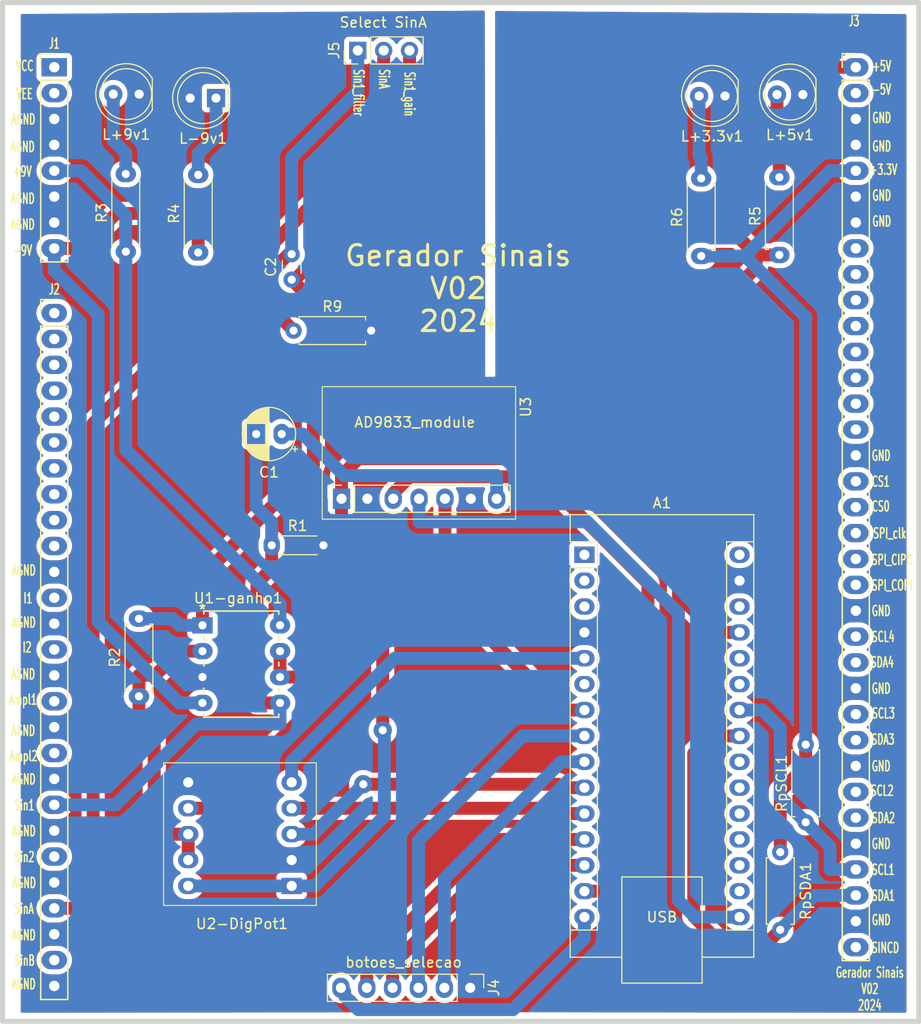
<source format=kicad_pcb>
(kicad_pcb (version 20221018) (generator pcbnew)
  (title_block (title "Barramento V04") (date "2024-02-05") (rev "v04") (company "EITduino") (comment 1 "Autor: Gustavo Pinheiro") (comment 2 "Barramento proposto para uma placa 90x100 mm") (comment 3 "placa de face dupla") (comment 4 "Pinos AGND e DGND"))
  (layers (0 "F.Cu" signal) (31 "B.Cu" signal) (34 "B.Paste" user) (35 "F.Paste" user) (36 "B.SilkS" user "B.Silkscreen") (37 "F.SilkS" user "F.Silkscreen") (38 "B.Mask" user) (39 "F.Mask" user) (44 "Edge.Cuts" user))
  (net 0 "")
  (net 1 "+9V")
  (net 2 "-9V")
  (net 3 "+5V")
  (net 4 "-5V")
  (net 5 "+3.3V")
  (net 12 "Earth")
  (net 14 "I1")
  (net 15 "I2")
  (net 16 "Ampl1")
  (net 17 "Ampl2")
  (net 18 "Sin2")
  (net 19 "SinB")
  (net 21 "SPI_COPI")
  (net 22 "SPI_CIPO")
  (net 23 "SPI_clk")
  (net 24 "CS1")
  (net 25 "CS0")
  (net 26 "SCL3")
  (net 27 "SDA3")
  (net 28 "SCL2")
  (net 29 "SDA2")
  (net 30 "SCL1")
  (net 31 "SDA1")
  (net 32 "VCC")
  (net 33 "VEE")
  (net 44 "SINCD")
  (net 45 "SCL4")
  (net 46 "SDA4")
  (net 50 "CS (X9c104)")
  (net 51 "CS (AD9833)")
  (net 52 "X9c10x_INC")
  (net 53 "X9c10x_U{slash}D")
  (net 54 "freq+")
  (net 55 "freq-")
  (net 56 "S_wave")
  (net 67 "Out_ad9833")
  (net 68 "SPI_COPI  (AD9833)")
  (net 69 "SPI_clk  (AD9833)")
  (net 70 "Sin1")
  (net 71 "Sin1_gain")
  (net 72 "Sin1_filter")
  (net 73 "SinA")
  (net 74 "Net-(L+3.3v1-A)")
  (net 75 "Net-(L+5v1-A)")
  (net 77 "Net-(L+9v1-A)")
  (net 78 "Up_gain")
  (net 79 "Down_gain")
  (net 80 "Net-(L-9v1-K)")
  (net 81 "Net-(U1-ganho1--IN1)")
  (net 82 "OutBuffer")
  (footprint "Resistor_THT:R_Axial_DIN0207_L6.3mm_D2.5mm_P7.62mm_Horizontal" (layer "F.Cu") (at 170.23 75.68 90)
    (fp_text reference "R6" (at 3.81 -2.37 90) (layer "F.SilkS"))
    (fp_text value "240")
    (pad "1" thru_hole oval (at 0 0 90) (size 1.6 2) (drill 0.8) (layers "*.Cu" "*.Mask") (net 5 "+3.3V"))
    (pad "2" thru_hole oval (at 7.62 0 90) (size 1.6 2) (drill 0.8) (layers "*.Cu" "*.Mask") (net 74 "Net-(L+3.3v1-A)"))
  )
  (footprint "Module:Arduino_Nano" (layer "F.Cu") (at 158.76 105)
    (fp_text reference "A1" (at 7.62 -5.08) (layer "F.SilkS"))
    (fp_text value "Arduino_Nano_v3.x")
    (fp_text user "USB" (at 7.62 35.56 unlocked) (layer "F.SilkS"))
    (pad "1" thru_hole rect (at 0 0) (size 2 1.6) (drill 1) (layers "*.Cu" "*.Mask"))
    (pad "2" thru_hole oval (at 0 2.54) (size 2 1.6) (drill 1) (layers "*.Cu" "*.Mask"))
    (pad "3" thru_hole oval (at 0 5.08) (size 2 1.6) (drill 1) (layers "*.Cu" "*.Mask"))
    (pad "4" thru_hole oval (at 0 7.62) (size 2 1.6) (drill 1) (layers "*.Cu" "*.Mask") (net 12 "Earth"))
    (pad "5" thru_hole oval (at 0 10.16) (size 2 1.6) (drill 1) (layers "*.Cu" "*.Mask") (net 50 "CS (X9c104)"))
    (pad "6" thru_hole oval (at 0 12.7) (size 2 1.6) (drill 1) (layers "*.Cu" "*.Mask"))
    (pad "7" thru_hole oval (at 0 15.24) (size 2 1.6) (drill 1) (layers "*.Cu" "*.Mask") (net 51 "CS (AD9833)"))
    (pad "8" thru_hole oval (at 0 17.78) (size 2 1.6) (drill 1) (layers "*.Cu" "*.Mask") (net 78 "Up_gain"))
    (pad "9" thru_hole oval (at 0 20.32) (size 2 1.6) (drill 1) (layers "*.Cu" "*.Mask") (net 79 "Down_gain"))
    (pad "10" thru_hole oval (at 0 22.86) (size 2 1.6) (drill 1) (layers "*.Cu" "*.Mask") (net 52 "X9c10x_INC"))
    (pad "11" thru_hole oval (at 0 25.4) (size 2 1.6) (drill 1) (layers "*.Cu" "*.Mask") (net 53 "X9c10x_U{slash}D"))
    (pad "12" thru_hole oval (at 0 27.94) (size 2 1.6) (drill 1) (layers "*.Cu" "*.Mask") (net 54 "freq+"))
    (pad "13" thru_hole oval (at 0 30.48) (size 2 1.6) (drill 1) (layers "*.Cu" "*.Mask") (net 55 "freq-"))
    (pad "14" thru_hole oval (at 0 33.02) (size 2 1.6) (drill 1) (layers "*.Cu" "*.Mask") (net 68 "SPI_COPI  (AD9833)"))
    (pad "15" thru_hole oval (at 0 35.56) (size 2 1.6) (drill 1) (layers "*.Cu" "*.Mask") (net 56 "S_wave"))
    (pad "16" thru_hole oval (at 15.24 35.56) (size 2 1.6) (drill 1) (layers "*.Cu" "*.Mask") (net 69 "SPI_clk  (AD9833)"))
    (pad "17" thru_hole oval (at 15.24 33.02) (size 2 1.6) (drill 1) (layers "*.Cu" "*.Mask"))
    (pad "18" thru_hole oval (at 15.24 30.48) (size 2 1.6) (drill 1) (layers "*.Cu" "*.Mask"))
    (pad "19" thru_hole oval (at 15.24 27.94) (size 2 1.6) (drill 1) (layers "*.Cu" "*.Mask"))
    (pad "20" thru_hole oval (at 15.24 25.4) (size 2 1.6) (drill 1) (layers "*.Cu" "*.Mask"))
    (pad "21" thru_hole oval (at 15.24 22.86) (size 2 1.6) (drill 1) (layers "*.Cu" "*.Mask"))
    (pad "22" thru_hole oval (at 15.24 20.32) (size 2 1.6) (drill 1) (layers "*.Cu" "*.Mask"))
    (pad "23" thru_hole oval (at 15.24 17.78) (size 2 1.6) (drill 1) (layers "*.Cu" "*.Mask") (net 31 "SDA1"))
    (pad "24" thru_hole oval (at 15.24 15.24) (size 2 1.6) (drill 1) (layers "*.Cu" "*.Mask") (net 30 "SCL1"))
    (pad "25" thru_hole oval (at 15.24 12.7) (size 2 1.6) (drill 1) (layers "*.Cu" "*.Mask"))
    (pad "26" thru_hole oval (at 15.24 10.16) (size 2 1.6) (drill 1) (layers "*.Cu" "*.Mask"))
    (pad "27" thru_hole oval (at 15.24 7.62) (size 2 1.6) (drill 1) (layers "*.Cu" "*.Mask") (net 3 "+5V"))
    (pad "28" thru_hole oval (at 15.24 5.08) (size 2 1.6) (drill 1) (layers "*.Cu" "*.Mask"))
    (pad "29" thru_hole oval (at 15.24 2.54) (size 2 1.6) (drill 1) (layers "*.Cu" "*.Mask") (net 12 "Earth"))
    (pad "30" thru_hole oval (at 15.24 0) (size 2 1.6) (drill 1) (layers "*.Cu" "*.Mask"))
  )
  (footprint "Resistor_THT:R_Axial_DIN0204_L3.6mm_D1.6mm_P5.08mm_Horizontal" (layer "F.Cu") (at 128.042 104.072)
    (fp_text reference "R1" (at 2.54 -1.92) (layer "F.SilkS"))
    (fp_text value "160k")
    (pad "1" thru_hole oval (at 0 0) (size 1.6 2) (drill 0.8) (layers "*.Cu" "*.Mask") (net 70 "Sin1"))
    (pad "2" thru_hole oval (at 5.08 0) (size 1.6 2) (drill 0.8) (layers "*.Cu" "*.Mask") (net 12 "Earth"))
  )
  (footprint "Capacitor_THT:CP_Radial_D5.0mm_P2.50mm" (layer "F.Cu") (at 129.018 93.15 180)
    (fp_text reference "C1" (at 1.25 -3.75) (layer "F.SilkS"))
    (fp_text value "100 nF")
    (pad "1" thru_hole oval (at 0 0 180) (size 1.6 2) (drill 0.8) (layers "*.Cu" "*.Mask") (net 67 "Out_ad9833"))
    (pad "2" thru_hole rect (at 2.5 0 180) (size 1.8 2) (drill 0.8) (layers "*.Cu" "*.Mask") (net 70 "Sin1"))
  )
  (footprint "LED_THT:LED_D5.0mm" (layer "F.Cu") (at 122.57 60.18 180)
    (fp_text reference "L-9v1" (at 1.27 -3.96) (layer "F.SilkS"))
    (fp_text value "LED Red")
    (pad "1" thru_hole rect (at 0 0 180) (size 1.8 1.8) (drill 0.9) (layers "*.Cu" "*.Mask") (net 80 "Net-(L-9v1-K)"))
    (pad "2" thru_hole circle (at 2.54 0 180) (size 1.8 1.8) (drill 0.9) (layers "*.Cu" "*.Mask") (net 12 "Earth"))
  )
  (footprint "AD9833_module:AD9833_module" (layer "F.Cu") (at 134.9 99.5 90)
    (fp_text reference "U3" (at 9 18.1 90) (layer "F.SilkS"))
    (fp_text value "AD9833_module" (at 7.5 7.2) (layer "F.SilkS"))
    (pad "1" thru_hole rect (at 0 0 90) (size 2 1.7) (drill 1) (layers "*.Cu" "*.Mask") (net 3 "+5V"))
    (pad "2" thru_hole oval (at 0 2.54 90) (size 2 1.7) (drill 1) (layers "*.Cu" "*.Mask") (net 12 "Earth"))
    (pad "3" thru_hole oval (at 0 5.08 90) (size 2 1.7) (drill 1) (layers "*.Cu" "*.Mask") (net 68 "SPI_COPI  (AD9833)"))
    (pad "4" thru_hole oval (at 0 7.62 90) (size 2 1.7) (drill 1) (layers "*.Cu" "*.Mask") (net 69 "SPI_clk  (AD9833)"))
    (pad "5" thru_hole oval (at 0 10.16 90) (size 2 1.7) (drill 1) (layers "*.Cu" "*.Mask") (net 51 "CS (AD9833)"))
    (pad "6" thru_hole oval (at 0 12.7 90) (size 2 1.7) (drill 1) (layers "*.Cu" "*.Mask") (net 12 "Earth"))
    (pad "7" thru_hole oval (at 0 15.24 90) (size 2 1.7) (drill 1) (layers "*.Cu" "*.Mask") (net 67 "Out_ad9833"))
  )
  (footprint "LED_THT:LED_D5.0mm" (layer "F.Cu") (at 180.22 59.83 180)
    (fp_text reference "L+5v1" (at 1.27 -3.96) (layer "F.SilkS"))
    (fp_text value "LED Green")
    (pad "1" thru_hole rect (at 0 0 180) (size 1.8 1.8) (drill 0.9) (layers "*.Cu" "*.Mask") (net 12 "Earth"))
    (pad "2" thru_hole circle (at 2.54 0 180) (size 1.8 1.8) (drill 0.9) (layers "*.Cu" "*.Mask") (net 75 "Net-(L+5v1-A)"))
  )
  (footprint "Resistor_THT:R_Axial_DIN0207_L6.3mm_D2.5mm_P7.62mm_Horizontal" (layer "F.Cu") (at 113.708 75.25 90)
    (fp_text reference "R3" (at 3.81 -2.37 90) (layer "F.SilkS"))
    (fp_text value "1.2k")
    (pad "1" thru_hole oval (at 0 0 90) (size 1.6 2) (drill 0.8) (layers "*.Cu" "*.Mask") (net 1 "+9V"))
    (pad "2" thru_hole oval (at 7.62 0 90) (size 1.6 2) (drill 0.8) (layers "*.Cu" "*.Mask") (net 77 "Net-(L+9v1-A)"))
  )
  (footprint "Resistor_THT:R_Axial_DIN0207_L6.3mm_D2.5mm_P7.62mm_Horizontal" (layer "F.Cu") (at 178 141.81 90)
    (fp_text reference "RpSDA1" (at 3.81 2.5 90) (layer "F.SilkS"))
    (fp_text value "4k7")
    (pad "1" thru_hole circle (at 0 0 90) (size 1.6 1.6) (drill 0.8) (layers "*.Cu" "*.Mask") (net 31 "SDA1"))
    (pad "2" thru_hole oval (at 7.62 0 90) (size 1.6 1.6) (drill 0.8) (layers "*.Cu" "*.Mask") (net 5 "+3.3V"))
  )
  (footprint "X9c10X_module:X9c10X_module" (layer "F.Cu") (at 124.92 132.42 180)
    (fp_text reference "U2-DigPot1" (at -0.2 -8.8) (layer "F.SilkS"))
    (fp_text value "X9c10x")
    (pad "1" thru_hole rect (at -5.08 -5.08 180) (size 2 1.6) (drill 1) (layers "*.Cu" "*.Mask") (net 3 "+5V"))
    (pad "2" thru_hole oval (at -5.08 -2.54 180) (size 2 1.6) (drill 1) (layers "*.Cu" "*.Mask") (net 12 "Earth"))
    (pad "3" thru_hole oval (at -5.08 0 180) (size 2 1.6) (drill 1) (layers "*.Cu" "*.Mask") (net 52 "X9c10x_INC"))
    (pad "4" thru_hole oval (at -5.08 2.54 180) (size 2 1.6) (drill 1) (layers "*.Cu" "*.Mask") (net 53 "X9c10x_U{slash}D"))
    (pad "5" thru_hole oval (at -5.08 5.08 180) (size 2 1.6) (drill 1) (layers "*.Cu" "*.Mask") (net 50 "CS (X9c104)"))
    (pad "6" thru_hole oval (at 5.08 5.08 180) (size 2 1.6) (drill 1) (layers "*.Cu" "*.Mask") (net 12 "Earth"))
    (pad "7" thru_hole oval (at 5.08 2.54 180) (size 2 1.6) (drill 1) (layers "*.Cu" "*.Mask") (net 82 "OutBuffer"))
    (pad "8" thru_hole oval (at 5.08 0 180) (size 2 1.6) (drill 1) (layers "*.Cu" "*.Mask") (net 81 "Net-(U1-ganho1--IN1)"))
    (pad "9" thru_hole oval (at 5.08 -2.54 180) (size 2 1.6) (drill 1) (layers "*.Cu" "*.Mask") (net 81 "Net-(U1-ganho1--IN1)"))
    (pad "10" thru_hole oval (at 5.08 -5.08 180) (size 2 1.6) (drill 1) (layers "*.Cu" "*.Mask") (net 3 "+5V"))
  )
  (footprint "Connector_PinHeader_2.54mm:PinHeader_1x35_P2.54mm_Vertical" (layer "F.Cu") (at 185.42 57.15)
    (fp_text reference "J3" (at -0.165 -4.535) (layer "F.SilkS") (effects (font (size 1 0.6))))
    (fp_text value "comunicacao / sinais digitais" hide)
    (pad "1" thru_hole oval (at 0 0) (size 2.5 1.8) (drill 1.02) (layers "*.Cu" "*.Mask") (net 3 "+5V"))
    (pad "2" thru_hole oval (at 0 2.54) (size 2.5 1.8) (drill 1.02) (layers "*.Cu" "*.Mask") (net 4 "-5V"))
    (pad "3" thru_hole oval (at 0 5.08) (size 2.5 1.8) (drill 1.02) (layers "*.Cu" "*.Mask") (net 12 "Earth"))
    (pad "4" thru_hole oval (at 0 7.62) (size 2.5 1.8) (drill 1.02) (layers "*.Cu" "*.Mask") (net 12 "Earth"))
    (pad "5" thru_hole oval (at 0 10.16) (size 2.5 1.8) (drill 1.02) (layers "*.Cu" "*.Mask") (net 5 "+3.3V"))
    (pad "6" thru_hole oval (at 0 12.7) (size 2.5 1.8) (drill 1.02) (layers "*.Cu" "*.Mask") (net 12 "Earth"))
    (pad "7" thru_hole oval (at 0 15.24) (size 2.5 1.8) (drill 1.02) (layers "*.Cu" "*.Mask") (net 12 "Earth"))
    (pad "8" thru_hole oval (at 0 17.78) (size 2.5 1.8) (drill 1.02) (layers "*.Cu" "*.Mask"))
    (pad "9" thru_hole oval (at 0 20.32) (size 2.5 1.8) (drill 1.02) (layers "*.Cu" "*.Mask"))
    (pad "10" thru_hole oval (at 0 22.86) (size 2.5 1.8) (drill 1.02) (layers "*.Cu" "*.Mask"))
    (pad "11" thru_hole oval (at 0 25.4) (size 2.5 1.8) (drill 1.02) (layers "*.Cu" "*.Mask"))
    (pad "12" thru_hole oval (at 0 27.94) (size 2.5 1.8) (drill 1.02) (layers "*.Cu" "*.Mask"))
    (pad "13" thru_hole oval (at 0 30.48) (size 2.5 1.8) (drill 1.02) (layers "*.Cu" "*.Mask"))
    (pad "14" thru_hole oval (at 0 33.02) (size 2.5 1.8) (drill 1.02) (layers "*.Cu" "*.Mask"))
    (pad "15" thru_hole oval (at 0 35.56) (size 2.5 1.8) (drill 1.02) (layers "*.Cu" "*.Mask"))
    (pad "16" thru_hole oval (at 0 38.1) (size 2.5 1.8) (drill 1.02) (layers "*.Cu" "*.Mask") (net 12 "Earth"))
    (pad "17" thru_hole oval (at 0 40.64) (size 2.5 1.8) (drill 1.02) (layers "*.Cu" "*.Mask") (net 24 "CS1"))
    (pad "18" thru_hole oval (at 0 43.18) (size 2.5 1.8) (drill 1.02) (layers "*.Cu" "*.Mask") (net 25 "CS0"))
    (pad "19" thru_hole oval (at 0 45.72) (size 2.5 1.8) (drill 1.02) (layers "*.Cu" "*.Mask") (net 23 "SPI_clk"))
    (pad "20" thru_hole oval (at 0 48.26) (size 2.5 1.8) (drill 1.02) (layers "*.Cu" "*.Mask") (net 22 "SPI_CIPO"))
    (pad "21" thru_hole oval (at 0 50.8) (size 2.5 1.8) (drill 1.02) (layers "*.Cu" "*.Mask") (net 21 "SPI_COPI"))
    (pad "22" thru_hole oval (at 0 53.34) (size 2.5 1.8) (drill 1.02) (layers "*.Cu" "*.Mask") (net 12 "Earth"))
    (pad "23" thru_hole oval (at 0 55.88) (size 2.5 1.8) (drill 1.02) (layers "*.Cu" "*.Mask") (net 45 "SCL4"))
    (pad "24" thru_hole oval (at 0 58.42) (size 2.5 1.8) (drill 1.02) (layers "*.Cu" "*.Mask") (net 46 "SDA4"))
    (pad "25" thru_hole oval (at 0 60.96) (size 2.5 1.8) (drill 1.02) (layers "*.Cu" "*.Mask") (net 12 "Earth"))
    (pad "26" thru_hole oval (at 0 63.5) (size 2.5 1.8) (drill 1.02) (layers "*.Cu" "*.Mask") (net 26 "SCL3"))
    (pad "27" thru_hole oval (at 0 66.04) (size 2.5 1.8) (drill 1.02) (layers "*.Cu" "*.Mask") (net 27 "SDA3"))
    (pad "28" thru_hole oval (at 0 68.58) (size 2.5 1.8) (drill 1.02) (layers "*.Cu" "*.Mask") (net 12 "Earth"))
    (pad "29" thru_hole oval (at 0 71.12) (size 2.5 1.8) (drill 1.02) (layers "*.Cu" "*.Mask") (net 28 "SCL2"))
    (pad "30" thru_hole oval (at 0 73.66) (size 2.5 1.8) (drill 1.02) (layers "*.Cu" "*.Mask") (net 29 "SDA2"))
    (pad "31" thru_hole oval (at 0 76.2) (size 2.5 1.8) (drill 1.02) (layers "*.Cu" "*.Mask") (net 12 "Earth"))
    (pad "32" thru_hole oval (at 0 78.74) (size 2.5 1.8) (drill 1.02) (layers "*.Cu" "*.Mask") (net 30 "SCL1"))
    (pad "33" thru_hole oval (at 0 81.28) (size 2.5 1.8) (drill 1.02) (layers "*.Cu" "*.Mask") (net 31 "SDA1"))
    (pad "34" thru_hole oval (at 0 83.82) (size 2.5 1.8) (drill 1.02) (layers "*.Cu" "*.Mask") (net 12 "Earth"))
    (pad "35" thru_hole oval (at 0 86.36) (size 2.5 1.8) (drill 1.02) (layers "*.Cu" "*.Mask") (net 44 "SINCD"))
  )
  (footprint "Connector_PinHeader_2.54mm:PinHeader_1x06_P2.54mm_Vertical" (layer "F.Cu") (at 147.54 147.5 -90)
    (fp_text reference "J4" (at 0 -2.33 -90) (layer "F.SilkS"))
    (fp_text value "botoes_selecao" (at -2.5 6.54) (layer "F.SilkS"))
    (pad "1" thru_hole rect (at 0 0 270) (size 2 1.7) (drill 1) (layers "*.Cu" "*.Mask") (net 12 "Earth"))
    (pad "2" thru_hole oval (at 0 2.54 270) (size 2 1.7) (drill 1) (layers "*.Cu" "*.Mask") (net 79 "Down_gain"))
    (pad "3" thru_hole oval (at 0 5.08 270) (size 2 1.7) (drill 1) (layers "*.Cu" "*.Mask") (net 78 "Up_gain"))
    (pad "4" thru_hole oval (at 0 7.62 270) (size 2 1.7) (drill 1) (layers "*.Cu" "*.Mask") (net 55 "freq-"))
    (pad "5" thru_hole oval (at 0 10.16 270) (size 2 1.7) (drill 1) (layers "*.Cu" "*.Mask") (net 54 "freq+"))
    (pad "6" thru_hole oval (at 0 12.7 270) (size 2 1.7) (drill 1) (layers "*.Cu" "*.Mask") (net 56 "S_wave"))
  )
  (footprint "LED_THT:LED_D5.0mm" (layer "F.Cu") (at 172.57 59.97 180)
    (fp_text reference "L+3.3v1" (at 1.27 -3.96) (layer "F.SilkS"))
    (fp_text value "LED - Yelow")
    (pad "1" thru_hole rect (at 0 0 180) (size 1.8 1.8) (drill 0.9) (layers "*.Cu" "*.Mask") (net 12 "Earth"))
    (pad "2" thru_hole circle (at 2.54 0 180) (size 1.8 1.8) (drill 0.9) (layers "*.Cu" "*.Mask") (net 74 "Net-(L+3.3v1-A)"))
  )
  (footprint "Resistor_THT:R_Axial_DIN0207_L6.3mm_D2.5mm_P7.62mm_Horizontal" (layer "F.Cu") (at 120.82 75.332 90)
    (fp_text reference "R4" (at 3.81 -2.37 90) (layer "F.SilkS"))
    (fp_text value "1.2k")
    (pad "1" thru_hole oval (at 0 0 90) (size 1.6 2) (drill 0.8) (layers "*.Cu" "*.Mask") (net 2 "-9V"))
    (pad "2" thru_hole oval (at 7.62 0 90) (size 1.6 2) (drill 0.8) (layers "*.Cu" "*.Mask") (net 80 "Net-(L-9v1-K)"))
  )
  (footprint "Resistor_THT:R_Axial_DIN0207_L6.3mm_D2.5mm_P7.62mm_Horizontal" (layer "F.Cu") (at 130.19 83)
    (fp_text reference "R9" (at 3.81 -2.37) (layer "F.SilkS"))
    (fp_text value "160k")
    (pad "1" thru_hole circle (at 0 0) (size 1.6 1.6) (drill 0.8) (layers "*.Cu" "*.Mask") (net 72 "Sin1_filter"))
    (pad "2" thru_hole oval (at 7.62 0) (size 1.6 1.6) (drill 0.8) (layers "*.Cu" "*.Mask") (net 12 "Earth"))
  )
  (footprint "Connector_PinHeader_2.54mm:PinHeader_1x08_P2.54mm_Vertical" (layer "F.Cu") (at 106.68 57.15)
    (fp_text reference "J1" (at 0 -2.33) (layer "F.SilkS") (effects (font (size 1 0.6))))
    (fp_text value "alimentacao analogica" hide)
    (pad "1" thru_hole rect (at 0 0) (size 2.5 1.8) (drill 1.02) (layers "*.Cu" "*.Mask") (net 32 "VCC"))
    (pad "2" thru_hole oval (at 0 2.54) (size 2.5 1.8) (drill 1.02) (layers "*.Cu" "*.Mask") (net 33 "VEE"))
    (pad "3" thru_hole oval (at 0 5.08) (size 2.5 1.8) (drill 1.02) (layers "*.Cu" "*.Mask") (net 12 "Earth"))
    (pad "4" thru_hole oval (at 0 7.62) (size 2.5 1.8) (drill 1.02) (layers "*.Cu" "*.Mask") (net 12 "Earth"))
    (pad "5" thru_hole oval (at 0 10.16) (size 2.5 1.8) (drill 1.02) (layers "*.Cu" "*.Mask") (net 1 "+9V"))
    (pad "6" thru_hole oval (at 0 12.7) (size 2.5 1.8) (drill 1.02) (layers "*.Cu" "*.Mask") (net 12 "Earth"))
    (pad "7" thru_hole oval (at 0 15.24) (size 2.5 1.8) (drill 1.02) (layers "*.Cu" "*.Mask") (net 12 "Earth"))
    (pad "8" thru_hole oval (at 0 17.78) (size 2.5 1.8) (drill 1.02) (layers "*.Cu" "*.Mask") (net 2 "-9V"))
  )
  (footprint "Connector_PinHeader_2.54mm:PinHeader_1x27_P2.54mm_Vertical" (layer "F.Cu") (at 106.68 81.28)
    (fp_text reference "J2" (at 0 -2.33) (layer "F.SilkS") (effects (font (size 1 0.6))))
    (fp_text value "sinais analogicos" hide)
    (pad "1" thru_hole oval (at 0 0) (size 2.5 1.8) (drill 1.02) (layers "*.Cu" "*.Mask"))
    (pad "2" thru_hole oval (at 0 2.54) (size 2.5 1.8) (drill 1.02) (layers "*.Cu" "*.Mask"))
    (pad "3" thru_hole oval (at 0 5.08) (size 2.5 1.8) (drill 1.02) (layers "*.Cu" "*.Mask"))
    (pad "4" thru_hole oval (at 0 7.62) (size 2.5 1.8) (drill 1.02) (layers "*.Cu" "*.Mask"))
    (pad "5" thru_hole oval (at 0 10.16) (size 2.5 1.8) (drill 1.02) (layers "*.Cu" "*.Mask"))
    (pad "6" thru_hole oval (at 0 12.7) (size 2.5 1.8) (drill 1.02) (layers "*.Cu" "*.Mask"))
    (pad "7" thru_hole oval (at 0 15.24) (size 2.5 1.8) (drill 1.02) (layers "*.Cu" "*.Mask"))
    (pad "8" thru_hole oval (at 0 17.78) (size 2.5 1.8) (drill 1.02) (layers "*.Cu" "*.Mask"))
    (pad "9" thru_hole oval (at 0 20.32) (size 2.5 1.8) (drill 1.02) (layers "*.Cu" "*.Mask"))
    (pad "10" thru_hole oval (at 0 22.86) (size 2.5 1.8) (drill 1.02) (layers "*.Cu" "*.Mask"))
    (pad "11" thru_hole oval (at 0 25.4) (size 2.5 1.8) (drill 1.02) (layers "*.Cu" "*.Mask") (net 12 "Earth"))
    (pad "12" thru_hole oval (at 0 27.94) (size 2.5 1.8) (drill 1.02) (layers "*.Cu" "*.Mask") (net 14 "I1"))
    (pad "13" thru_hole oval (at 0 30.48) (size 2.5 1.8) (drill 1.02) (layers "*.Cu" "*.Mask") (net 12 "Earth"))
    (pad "14" thru_hole oval (at 0 33.02) (size 2.5 1.8) (drill 1.02) (layers "*.Cu" "*.Mask") (net 15 "I2"))
    (pad "15" thru_hole oval (at 0 35.56) (size 2.5 1.8) (drill 1.02) (layers "*.Cu" "*.Mask") (net 12 "Earth"))
    (pad "16" thru_hole oval (at 0 38.1) (size 2.5 1.8) (drill 1.02) (layers "*.Cu" "*.Mask") (net 16 "Ampl1"))
    (pad "17" thru_hole oval (at 0 40.64) (size 2.5 1.8) (drill 1.02) (layers "*.Cu" "*.Mask") (net 12 "Earth"))
    (pad "18" thru_hole oval (at 0 43.18) (size 2.5 1.8) (drill 1.02) (layers "*.Cu" "*.Mask") (net 17 "Ampl2"))
    (pad "19" thru_hole oval (at 0 45.72) (size 2.5 1.8) (drill 1.02) (layers "*.Cu" "*.Mask") (net 12 "Earth"))
    (pad "20" thru_hole oval (at 0 48.26) (size 2.5 1.8) (drill 1.02) (layers "*.Cu" "*.Mask") (net 70 "Sin1"))
    (pad "21" thru_hole oval (at 0 50.8) (size 2.5 1.8) (drill 1.02) (layers "*.Cu" "*.Mask") (net 12 "Earth"))
    (pad "22" thru_hole oval (at 0 53.34) (size 2.5 1.8) (drill 1.02) (layers "*.Cu" "*.Mask") (net 18 "Sin2"))
    (pad "23" thru_hole oval (at 0 55.88) (size 2.5 1.8) (drill 1.02) (layers "*.Cu" "*.Mask") (net 12 "Earth"))
    (pad "24" thru_hole oval (at 0 58.42) (size 2.5 1.8) (drill 1.02) (layers "*.Cu" "*.Mask") (net 73 "SinA"))
    (pad "25" thru_hole oval (at 0 60.96) (size 2.5 1.8) (drill 1.02) (layers "*.Cu" "*.Mask") (net 12 "Earth"))
    (pad "26" thru_hole oval (at 0 63.5) (size 2.5 1.8) (drill 1.02) (layers "*.Cu" "*.Mask") (net 19 "SinB"))
    (pad "27" thru_hole oval (at 0 66.04) (size 2.5 1.8) (drill 1.02) (layers "*.Cu" "*.Mask") (net 12 "Earth"))
  )
  (footprint "LED_THT:LED_D5.0mm" (layer "F.Cu") (at 115.02 59.79 180)
    (fp_text reference "L+9v1" (at 1.27 -3.96) (layer "F.SilkS"))
    (fp_text value "LED Blue")
    (pad "1" thru_hole rect (at 0 0 180) (size 1.8 1.8) (drill 0.9) (layers "*.Cu" "*.Mask") (net 12 "Earth"))
    (pad "2" thru_hole circle (at 2.54 0 180) (size 1.8 1.8) (drill 0.9) (layers "*.Cu" "*.Mask") (net 77 "Net-(L+9v1-A)"))
  )
  (footprint "Capacitor_THT:C_Disc_D3.0mm_W1.6mm_P2.50mm" (layer "F.Cu") (at 130 78 90)
    (fp_text reference "C2" (at 1.25 -2.05 90) (layer "F.SilkS"))
    (fp_text value "100nF")
    (pad "1" thru_hole circle (at 0 0 90) (size 1.6 1.6) (drill 0.8) (layers "*.Cu" "*.Mask") (net 71 "Sin1_gain"))
    (pad "2" thru_hole circle (at 2.5 0 90) (size 1.6 1.6) (drill 0.8) (layers "*.Cu" "*.Mask") (net 72 "Sin1_filter"))
  )
  (footprint "Resistor_THT:R_Axial_DIN0207_L6.3mm_D2.5mm_P7.62mm_Horizontal" (layer "F.Cu") (at 115 118.89 90)
    (fp_text reference "R2" (at 3.81 -2.37 90) (layer "F.SilkS"))
    (fp_text value "10k")
    (pad "1" thru_hole oval (at 0 0 90) (size 1.6 2) (drill 0.8) (layers "*.Cu" "*.Mask") (net 81 "Net-(U1-ganho1--IN1)"))
    (pad "2" thru_hole oval (at 7.62 0 90) (size 1.6 2) (drill 0.8) (layers "*.Cu" "*.Mask") (net 71 "Sin1_gain"))
  )
  (footprint "Resistor_THT:R_Axial_DIN0207_L6.3mm_D2.5mm_P7.62mm_Horizontal" (layer "F.Cu") (at 177.91 75.57 90)
    (fp_text reference "R5" (at 3.81 -2.37 90) (layer "F.SilkS"))
    (fp_text value "390")
    (pad "1" thru_hole oval (at 0 0 90) (size 1.6 2) (drill 0.8) (layers "*.Cu" "*.Mask") (net 3 "+5V"))
    (pad "2" thru_hole oval (at 7.62 0 90) (size 1.6 2) (drill 0.8) (layers "*.Cu" "*.Mask") (net 75 "Net-(L+5v1-A)"))
  )
  (footprint "Resistor_THT:R_Axial_DIN0207_L6.3mm_D2.5mm_P7.62mm_Horizontal" (layer "F.Cu") (at 180.5 131.25 90)
    (fp_text reference "RpSCL1" (at 3.81 -2.37 90) (layer "F.SilkS"))
    (fp_text value "4k7")
    (pad "1" thru_hole circle (at 0 0 90) (size 1.6 1.6) (drill 0.8) (layers "*.Cu" "*.Mask") (net 30 "SCL1"))
    (pad "2" thru_hole oval (at 7.62 0 90) (size 1.6 1.6) (drill 0.8) (layers "*.Cu" "*.Mask") (net 5 "+3.3V"))
  )
  (footprint "AD828:AD828" (layer "F.Cu") (at 121.24 111.922)
    (fp_text reference "U1-ganho1" (at 3.51 -2.672 unlocked) (layer "F.SilkS"))
    (fp_text value "AD828AN")
    (fp_text user "*" (at 0 -1.524 unlocked) (layer "F.SilkS"))
    (fp_text user "*" (at 0 -1.524) (layer "F.SilkS"))
    (pad "1" thru_hole rect (at 0 0) (size 2 1.6) (drill 0.8) (layers "*.Cu" "*.Mask") (net 71 "Sin1_gain"))
    (pad "2" thru_hole oval (at 0 2.54) (size 2 1.6) (drill 0.8) (layers "*.Cu" "*.Mask") (net 81 "Net-(U1-ganho1--IN1)"))
    (pad "3" thru_hole oval (at 0 5.08) (size 2 1.6) (drill 0.8) (layers "*.Cu" "*.Mask") (net 12 "Earth"))
    (pad "4" thru_hole oval (at 0 7.62) (size 2 1.6) (drill 0.8) (layers "*.Cu" "*.Mask") (net 2 "-9V"))
    (pad "5" thru_hole oval (at 7.62 7.62) (size 2 1.6) (drill 0.8) (layers "*.Cu" "*.Mask") (net 70 "Sin1"))
    (pad "6" thru_hole oval (at 7.62 5.08) (size 2 1.6) (drill 0.8) (layers "*.Cu" "*.Mask") (net 82 "OutBuffer"))
    (pad "7" thru_hole oval (at 7.62 2.54) (size 2 1.6) (drill 0.8) (layers "*.Cu" "*.Mask") (net 82 "OutBuffer"))
    (pad "8" thru_hole oval (at 7.62 0) (size 2 1.6) (drill 0.8) (layers "*.Cu" "*.Mask") (net 1 "+9V"))
  )
  (footprint "Connector_PinHeader_2.54mm:PinHeader_1x03_P2.54mm_Vertical" (layer "F.Cu") (at 136.5 55.5 90)
    (fp_text reference "J5" (at 0 -2.33 90) (layer "F.SilkS"))
    (fp_text value "Select SinA" (at 2.75 2.5) (layer "F.SilkS"))
    (pad "1" thru_hole rect (at 0 0 90) (size 1.7 1.7) (drill 1) (layers "*.Cu" "*.Mask") (net 72 "Sin1_filter"))
    (pad "2" thru_hole oval (at 0 2.54 90) (size 1.7 1.7) (drill 1) (layers "*.Cu" "*.Mask") (net 73 "SinA"))
    (pad "3" thru_hole oval (at 0 5.08 90) (size 1.7 1.7) (drill 1) (layers "*.Cu" "*.Mask") (net 71 "Sin1_gain"))
  )
  (gr_line (start 191.6 50.8) (end 101.6 50.8) (stroke (width 0.5)) (layer "Edge.Cuts"))
  (gr_line (start 191.6 150.8) (end 191.6 50.8) (stroke (width 0.5)) (layer "Edge.Cuts"))
  (gr_line (start 191.59982 150.7998) (end 101.6 150.7998) (stroke (width 0.5)) (layer "Edge.Cuts"))
  (gr_line (start 101.6 50.8) (end 101.6 150.7998) (stroke (width 0.5)) (layer "Edge.Cuts"))
  (gr_text "SDA1" (at 186.8967 138.452966) (layer "F.SilkS") (effects (font (size 1 0.6) (thickness 0.15) bold) (justify left)))
  (gr_text "AGND" (at 102.314418 64.968158) (layer "F.SilkS") (effects (font (size 1 0.6) (thickness 0.15) bold) (justify left)))
  (gr_text "Sin1_gain\n" (at 141 57.5 -90) (layer "F.SilkS") (effects (font (size 1 0.6)) (justify left bottom)))
  (gr_text "SinA" (at 102.652955 139.742119) (layer "F.SilkS") (effects (font (size 1 0.6) (thickness 0.15) bold) (justify left)))
  (gr_text "SPI_CIPO\n" (at 189 105.5) (layer "F.SilkS") (effects (font (size 1 0.6) (thickness 0.15) bold)))
  (gr_text "GND" (at 186.8967 118.132966) (layer "F.SilkS") (effects (font (size 1 0.6) (thickness 0.15) bold) (justify left)))
  (gr_text "CS1" (at 186.8967 97.812966) (layer "F.SilkS") (effects (font (size 1 0.6) (thickness 0.15) bold) (justify left)))
  (gr_text "GND" (at 186.955818 72.866258) (layer "F.SilkS") (effects (font (size 1 0.6) (thickness 0.15) bold) (justify left bottom)))
  (gr_text "-9V" (at 102.568418 75.128158) (layer "F.SilkS") (effects (font (size 1 0.6) (thickness 0.15) bold) (justify left)))
  (gr_text "AGND" (at 102.441415 137.208672) (layer "F.SilkS") (effects (font (size 1 0.6) (thickness 0.15) bold) (justify left)))
  (gr_text "AGND" (at 102.415048 112.238762) (layer "F.SilkS") (effects (font (size 1 0.6) (thickness 0.15) bold) (justify left bottom)))
  (gr_text "GND" (at 186.8967 125.752966) (layer "F.SilkS") (effects (font (size 1 0.6) (thickness 0.15) bold) (justify left)))
  (gr_text "+3.3V" (at 186.701818 67.786258) (layer "F.SilkS") (effects (font (size 1 0.6) (thickness 0.15) bold) (justify left bottom)))
  (gr_text "GND" (at 186.955818 65.500258) (layer "F.SilkS") (effects (font (size 1 0.6) (thickness 0.15) bold) (justify left bottom)))
  (gr_text "AGND" (at 102.314418 72.588158) (layer "F.SilkS") (effects (font (size 1 0.6) (thickness 0.15) bold) (justify left)))
  (gr_text "GND" (at 186.8967 110.512966) (layer "F.SilkS") (effects (font (size 1 0.6) (thickness 0.15) bold) (justify left)))
  (gr_text "AGND" (at 102.408342 147.725608) (layer "F.SilkS") (effects (font (size 1 0.6) (thickness 0.15) bold) (justify left bottom)))
  (gr_text "Sin1" (at 102.652955 129.582119) (layer "F.SilkS") (effects (font (size 1 0.6) (thickness 0.15) bold) (justify left)))
  (gr_text "AGND" (at 102.414926 132.122118) (layer "F.SilkS") (effects (font (size 1 0.6) (thickness 0.15) bold) (justify left)))
  (gr_text "+5V\n" (at 186.955818 57.626258) (layer "F.SilkS") (effects (font (size 1 0.6) (thickness 0.15) bold) (justify left bottom)))
  (gr_text "SCL2" (at 186.7967 128.152966) (layer "F.SilkS") (effects (font (size 1 0.6) (thickness 0.15) bold) (justify left)))
  (gr_text "-5V" (at 186.955818 59.912258) (layer "F.SilkS") (effects (font (size 1 0.6) (thickness 0.15) bold) (justify left bottom)))
  (gr_text "AGND" (at 102.373918 62.266501) (layer "F.SilkS") (effects (font (size 1 0.6) (thickness 0.15) bold) (justify left)))
  (gr_text "Gerador Sinais\nV02\n2024" (at 146.36 83.25) (layer "F.SilkS") (effects (font (size 2 2) (thickness 0.3)) (justify bottom)))
  (gr_text "SDA3" (at 186.859509 123.716321) (layer "F.SilkS") (effects (font (size 1 0.6) (thickness 0.15) bold) (justify left bottom)))
  (gr_text "SDA4\n" (at 186.7967 115.552966) (layer "F.SilkS") (effects (font (size 1 0.6) (thickness 0.15) bold) (justify left)))
  (gr_text "Ampl2" (at 102.190097 124.753588) (layer "F.SilkS") (effects (font (size 1 0.6) (thickness 0.15) bold) (justify left)))
  (gr_text "GND" (at 186.955818 62.706258) (layer "F.SilkS") (effects (font (size 1 0.6) (thickness 0.15) bold) (justify left bottom)))
  (gr_text "SINCD" (at 186.89297 143.574095) (layer "F.SilkS") (effects (font (size 1 0.6) (thickness 0.15) bold) (justify left)))
  (gr_text "AGND" (at 102.314418 70.048158) (layer "F.SilkS") (effects (font (size 1 0.6) (thickness 0.15) bold) (justify left)))
  (gr_text "CS0" (at 186.8967 100.25) (layer "F.SilkS") (effects (font (size 1 0.6) (thickness 0.15) bold) (justify left)))
  (gr_text "Sin1_filter\n" (at 136 57.25 -90) (layer "F.SilkS") (effects (font (size 1 0.6)) (justify left bottom)))
  (gr_text "VCC" (at 102.822418 57.602158) (layer "F.SilkS") (effects (font (size 1 0.6) (thickness 0.15) bold) (justify left bottom)))
  (gr_text "VEE\n" (at 102.855208 59.778606) (layer "F.SilkS") (effects (font (size 1 0.6) (thickness 0.15) bold) (justify left)))
  (gr_text "I2\n" (at 103.481993 114.67284) (layer "F.SilkS") (effects (font (size 1 0.6) (thickness 0.15) bold) (justify left bottom)))
  (gr_text "SCL4\n" (at 186.8967 113.052966) (layer "F.SilkS") (effects (font (size 1 0.6) (thickness 0.15) bold) (justify left)))
  (gr_text "GND" (at 186.955818 70.326258) (layer "F.SilkS") (effects (font (size 1 0.6) (thickness 0.15) bold) (justify left bottom)))
  (gr_text "SinB" (at 102.652955 144.822119) (layer "F.SilkS") (effects (font (size 1 0.6) (thickness 0.15) bold) (justify left)))
  (gr_text "AGND" (at 102.401941 127.042119) (layer "F.SilkS") (effects (font (size 1 0.6) (thickness 0.15) bold) (justify left)))
  (gr_text "SDA2" (at 186.8967 130.832966) (layer "F.SilkS") (effects (font (size 1 0.6) (thickness 0.15) bold) (justify left)))
  (gr_text "SinA\n" (at 138.5 57.25 -90) (layer "F.SilkS") (effects (font (size 1 0.6)) (justify left bottom)))
  (gr_text "SPI_clk\n" (at 188.75 102.892966) (layer "F.SilkS") (effects (font (size 1 0.6) (thickness 0.15) bold)))
  (gr_text "GND" (at 186.8967 95.272966) (layer "F.SilkS") (effects (font (size 1 0.6) (thickness 0.15) bold) (justify left)))
  (gr_text "AGND" (at 102.352029 117.31861) (layer "F.SilkS") (effects (font (size 1 0.6) (thickness 0.15) bold) (justify left bottom)))
  (gr_text "I1" (at 103.565958 109.262271) (layer "F.SilkS") (effects (font (size 1 0.6) (thickness 0.15) bold) (justify left)))
  (gr_text "GND" (at 186.9078 141.435253) (layer "F.SilkS") (effects (font (size 1 0.6) (thickness 0.15) bold) (justify left bottom)))
  (gr_text "AGND" (at 102.355457 122.273179) (layer "F.SilkS") (effects (font (size 1 0.6) (thickness 0.15) bold) (justify left)))
  (gr_text "AGND" (at 102.408342 142.334851) (layer "F.SilkS") (effects (font (size 1 0.6) (thickness 0.15) bold) (justify left)))
  (gr_text "Sin2\n" (at 102.652955 134.662119) (layer "F.SilkS") (effects (font (size 1 0.6) (thickness 0.15) bold) (justify left)))
  (gr_text "+9V\n" (at 102.53014 67.379378) (layer "F.SilkS") (effects (font (size 1 0.6) (thickness 0.15) bold) (justify left)))
  (gr_text "AGND" (at 102.415048 107.119197) (layer "F.SilkS") (effects (font (size 1 0.6) (thickness 0.15) bold) (justify left bottom)))
  (gr_text "GND" (at 186.8967 133.372966) (layer "F.SilkS") (effects (font (size 1 0.6) (thickness 0.15) bold) (justify left)))
  (gr_text "Gerador Sinais\nV02\n2024" (at 186.8 149.8) (layer "F.SilkS") (effects (font (size 1 0.6) (thickness 0.15) bold) (justify bottom)))
  (gr_text "SCL1\n" (at 186.8967 135.912966) (layer "F.SilkS") (effects (font (size 1 0.6) (thickness 0.15) bold) (justify left)))
  (gr_text "SPI_COPI\n" (at 189 108) (layer "F.SilkS") (effects (font (size 1 0.6) (thickness 0.15) bold)))
  (gr_text "SCL3" (at 186.923306 121.14851) (layer "F.SilkS") (effects (font (size 1 0.6) (thickness 0.15) bold) (justify left bottom)))
  (gr_text "Ampl1" (at 102.123953 119.79277) (layer "F.SilkS") (effects (font (size 1 0.6) (thickness 0.15) bold) (justify left bottom)))
  (segment (start 109.31 67.31) (end 113.708 71.708) (width 1.27) (layer "B.Cu") (net 1))
  (segment (start 128.86 109.852) (end 113.708 94.7) (width 1.27) (layer "B.Cu") (net 1))
  (segment (start 128.86 111.922) (end 128.86 109.852) (width 1.27) (layer "B.Cu") (net 1))
  (segment (start 113.708 71.708) (end 113.708 75.25) (width 1.27) (layer "B.Cu") (net 1))
  (segment (start 113.708 94.7) (end 113.708 75.25) (width 1.27) (layer "B.Cu") (net 1))
  (segment (start 106.68 67.31) (end 109.31 67.31) (width 1.27) (layer "B.Cu") (net 1))
  (segment (start 118.5 71.5) (end 120.82 73.82) (width 1.27) (layer "F.Cu") (net 2))
  (segment (start 109.3451 74.93) (end 112.7751 71.5) (width 1.27) (layer "F.Cu") (net 2))
  (segment (start 106.68 74.93) (end 109.3451 74.93) (width 1.27) (layer "F.Cu") (net 2))
  (segment (start 120.82 73.82) (end 120.82 75.332) (width 1.27) (layer "F.Cu") (net 2))
  (segment (start 112.7751 71.5) (end 118.5 71.5) (width 1.27) (layer "F.Cu") (net 2))
  (segment (start 110.9946 81.4146) (end 106.68 77.1) (width 1.27) (layer "B.Cu") (net 2))
  (segment (start 118.97 119.542) (end 110.9946 111.5666) (width 1.27) (layer "B.Cu") (net 2))
  (segment (start 110.9946 111.5666) (end 110.9946 81.4146) (width 1.27) (layer "B.Cu") (net 2))
  (segment (start 106.68 74.93) (end 106.68 77.1) (width 1.27) (layer "B.Cu") (net 2))
  (segment (start 121.24 119.542) (end 118.97 119.542) (width 1.27) (layer "B.Cu") (net 2))
  (segment (start 173.815 73.745) (end 175.64 75.57) (width 1.27) (layer "F.Cu") (net 3))
  (segment (start 177.91 75.57) (end 175.64 75.57) (width 1.27) (layer "F.Cu") (net 3))
  (segment (start 136.5633 95.5667) (end 134.9 97.23) (width 1.27) (layer "F.Cu") (net 3))
  (segment (start 134.9 99.5) (end 134.9 101.77) (width 1.27) (layer "F.Cu") (net 3))
  (segment (start 138.946 105.816) (end 138.946 122.221) (width 1.27) (layer "F.Cu") (net 3))
  (segment (start 174 112.62) (end 171.62 112.62) (width 1.27) (layer "F.Cu") (net 3))
  (segment (start 134.9 101.77) (end 138.946 105.816) (width 1.27) (layer "F.Cu") (net 3))
  (segment (start 170.745 73.745) (end 173.815 73.745) (width 1.27) (layer "F.Cu") (net 3))
  (segment (start 134.9 99.0829) (end 134.9 99.5) (width 1.27) (layer "F.Cu") (net 3))
  (segment (start 156.8783 95.5667) (end 136.5633 95.5667) (width 1.27) (layer "F.Cu") (net 3))
  (segment (start 167.35 57.15) (end 165.5 59) (width 1.27) (layer "F.Cu") (net 3))
  (segment (start 165.5 59) (end 165.5 68.5) (width 1.27) (layer "F.Cu") (net 3))
  (segment (start 175.64 76.805) (end 156.8783 95.5667) (width 1.27) (layer "F.Cu") (net 3))
  (segment (start 165.5 68.5) (end 170.745 73.745) (width 1.27) (layer "F.Cu") (net 3))
  (segment (start 168 106.6884) (end 156.8783 95.5667) (width 1.27) (layer "F.Cu") (net 3))
  (segment (start 134.9 99.0829) (end 134.9 97.23) (width 1.27) (layer "F.Cu") (net 3))
  (segment (start 185.42 57.15) (end 167.35 57.15) (width 1.27) (layer "F.Cu") (net 3))
  (segment (start 175.64 75.57) (end 175.64 76.805) (width 1.27) (layer "F.Cu") (net 3))
  (segment (start 171.62 112.62) (end 168 109) (width 1.27) (layer "F.Cu") (net 3))
  (segment (start 168 109) (end 168 106.6884) (width 1.27) (layer "F.Cu") (net 3))
  (via (at 138.946 122.221) (size 1.8) (drill 0.8) (layers "F.Cu" "B.Cu") (net 3))
  (segment (start 139.1088 130.6612) (end 132.27 137.5) (width 1.27) (layer "B.Cu") (net 3))
  (segment (start 130 137.5) (end 132.27 137.5) (width 1.27) (layer "B.Cu") (net 3))
  (segment (start 119.84 137.5) (end 130 137.5) (width 1.27) (layer "B.Cu") (net 3))
  (segment (start 139.1088 122.3838) (end 139.1088 130.6612) (width 1.27) (layer "B.Cu") (net 3))
  (segment (start 138.946 122.221) (end 139.1088 122.3838) (width 1.27) (layer "B.Cu") (net 3))
  (segment (start 180.5 125.7) (end 178 128.2) (width 1.27) (layer "F.Cu") (net 5))
  (segment (start 178 128.2) (end 178 134.19) (width 1.27) (layer "F.Cu") (net 5))
  (segment (start 180.5 123.63) (end 180.5 125.7) (width 1.27) (layer "F.Cu") (net 5))
  (segment (start 182.9 67.31) (end 174.53 75.68) (width 1.27) (layer "B.Cu") (net 5))
  (segment (start 180.5 123.63) (end 180.5 81.65) (width 1.27) (layer "B.Cu") (net 5))
  (segment (start 185.42 67.31) (end 182.9 67.31) (width 1.27) (layer "B.Cu") (net 5))
  (segment (start 174.53 75.68) (end 170.23 75.68) (width 1.27) (layer "B.Cu") (net 5))
  (segment (start 180.5 81.65) (end 174.53 75.68) (width 1.27) (layer "B.Cu") (net 5))
  (segment (start 174 120.24) (end 176.24 120.24) (width 1.27) (layer "B.Cu") (net 30))
  (segment (start 182.9 133.65) (end 180.5 131.25) (width 1.27) (layer "B.Cu") (net 30))
  (segment (start 185.42 135.89) (end 182.9 135.89) (width 1.27) (layer "B.Cu") (net 30))
  (segment (start 178 128.75) (end 180.5 131.25) (width 1.27) (layer "B.Cu") (net 30))
  (segment (start 178 122) (end 178 128.75) (width 1.27) (layer "B.Cu") (net 30))
  (segment (start 176.24 120.24) (end 178 122) (width 1.27) (layer "B.Cu") (net 30))
  (segment (start 182.9 135.89) (end 182.9 133.65) (width 1.27) (layer "B.Cu") (net 30))
  (segment (start 171.22 122.78) (end 174 122.78) (width 1.27) (layer "F.Cu") (net 31))
  (segment (start 169.5 124.5) (end 171.22 122.78) (width 1.27) (layer "F.Cu") (net 31))
  (segment (start 172.5 143.5) (end 169.5 140.5) (width 1.27) (layer "F.Cu") (net 31))
  (segment (start 176.31 143.5) (end 172.5 143.5) (width 1.27) (layer "F.Cu") (net 31))
  (segment (start 169.5 140.5) (end 169.5 124.5) (width 1.27) (layer "F.Cu") (net 31))
  (segment (start 178 141.81) (end 176.31 143.5) (width 1.27) (layer "F.Cu") (net 31))
  (segment (start 185.42 138.43) (end 181.38 138.43) (width 1.27) (layer "B.Cu") (net 31))
  (segment (start 181.38 138.43) (end 178 141.81) (width 1.27) (layer "B.Cu") (net 31))
  (segment (start 130 125.27) (end 140.11 115.16) (width 1.27) (layer "B.Cu") (net 50))
  (segment (start 140.11 115.16) (end 158.76 115.16) (width 1.27) (layer "B.Cu") (net 50))
  (segment (start 130 127.34) (end 130 125.27) (width 1.27) (layer "B.Cu") (net 50))
  (segment (start 145.06 108.81) (end 156.49 120.24) (width 1.27) (layer "F.Cu") (net 51))
  (segment (start 145.06 99.5) (end 145.06 108.81) (width 1.27) (layer "F.Cu") (net 51))
  (segment (start 158.76 120.24) (end 156.49 120.24) (width 1.27) (layer "F.Cu") (net 51))
  (segment (start 158.76 127.86) (end 156.49 127.86) (width 1.27) (layer "F.Cu") (net 52))
  (segment (start 156.1519 127.5219) (end 156.49 127.86) (width 1.27) (layer "F.Cu") (net 52))
  (segment (start 137.0403 127.5219) (end 156.1519 127.5219) (width 1.27) (layer "F.Cu") (net 52))
  (via (at 137.0403 127.5219) (size 1.8) (drill 0.8) (layers "F.Cu" "B.Cu") (net 52))
  (segment (start 132.1422 132.42) (end 137.0403 127.5219) (width 1.27) (layer "B.Cu") (net 52))
  (segment (start 130 132.42) (end 132.1422 132.42) (width 1.27) (layer "B.Cu") (net 52))
  (segment (start 155.97 129.88) (end 156.49 130.4) (width 1.27) (layer "F.Cu") (net 53))
  (segment (start 130 129.88) (end 155.97 129.88) (width 1.27) (layer "F.Cu") (net 53))
  (segment (start 158.76 130.4) (end 156.49 130.4) (width 1.27) (layer "F.Cu") (net 53))
  (segment (start 137.38 145.23) (end 149.67 132.94) (width 1.27) (layer "F.Cu") (net 54))
  (segment (start 137.38 147.5) (end 137.38 145.23) (width 1.27) (layer "F.Cu") (net 54))
  (segment (start 149.67 132.94) (end 158.76 132.94) (width 1.27) (layer "F.Cu") (net 54))
  (segment (start 149.67 135.48) (end 158.76 135.48) (width 1.27) (layer "F.Cu") (net 55))
  (segment (start 139.92 145.23) (end 149.67 135.48) (width 1.27) (layer "F.Cu") (net 55))
  (segment (start 139.92 147.5) (end 139.92 145.23) (width 1.27) (layer "F.Cu") (net 55))
  (segment (start 135.2066 148.3023) (end 135.2066 147.8665) (width 1.27) (layer "B.Cu") (net 56))
  (segment (start 158.76 140.56) (end 158.76 142.63) (width 1.27) (layer "B.Cu") (net 56))
  (segment (start 158.76 142.63) (end 151.7531 149.6369) (width 1.27) (layer "B.Cu") (net 56))
  (segment (start 136.5412 149.6369) (end 135.2066 148.3023) (width 1.27) (layer "B.Cu") (net 56))
  (segment (start 135.2065 147.8665) (end 134.84 147.5) (width 1.27) (layer "B.Cu") (net 56))
  (segment (start 135.2066 147.8665) (end 135.2065 147.8665) (width 1.27) (layer "B.Cu") (net 56))
  (segment (start 151.7531 149.6369) (end 136.5412 149.6369) (width 1.27) (layer "B.Cu") (net 56))
  (segment (start 150.14 99.5) (end 150.14 97.23) (width 1.27) (layer "B.Cu") (net 67))
  (segment (start 135.168 97.23) (end 131.088 93.15) (width 1.27) (layer "B.Cu") (net 67))
  (segment (start 150.14 97.23) (end 135.168 97.23) (width 1.27) (layer "B.Cu") (net 67))
  (segment (start 129.018 93.15) (end 131.088 93.15) (width 1.27) (layer "B.Cu") (net 67))
  (segment (start 139.98 99.5) (end 139.98 98.9661) (width 1.27) (layer "F.Cu") (net 68))
  (segment (start 165 135) (end 161.98 138.02) (width 1.27) (layer "F.Cu") (net 68))
  (segment (start 165 107.8024) (end 165 135) (width 1.27) (layer "F.Cu") (net 68))
  (segment (start 139.98 98.9661) (end 141.6029 97.3432) (width 1.27) (layer "F.Cu") (net 68))
  (segment (start 154.5408 97.3432) (end 165 107.8024) (width 1.27) (layer "F.Cu") (net 68))
  (segment (start 141.6029 97.3432) (end 154.5408 97.3432) (width 1.27) (layer "F.Cu") (net 68))
  (segment (start 161.98 138.02) (end 158.76 138.02) (width 1.27) (layer "F.Cu") (net 68))
  (segment (start 142.52 99.5) (end 142.52 101.77) (width 1.27) (layer "B.Cu") (net 69))
  (segment (start 168 138.94) (end 169.62 140.56) (width 1.27) (layer "B.Cu") (net 69))
  (segment (start 159.0375 101.77) (end 168 110.7325) (width 1.27) (layer "B.Cu") (net 69))
  (segment (start 168 110.7325) (end 168 138.94) (width 1.27) (layer "B.Cu") (net 69))
  (segment (start 169.62 140.56) (end 174 140.56) (width 1.27) (layer "B.Cu") (net 69))
  (segment (start 142.52 101.77) (end 159.0375 101.77) (width 1.27) (layer "B.Cu") (net 69))
  (segment (start 126.59 119.542) (end 126.59 107.794) (width 1.27) (layer "F.Cu") (net 70))
  (segment (start 128.86 119.542) (end 126.59 119.542) (width 1.27) (layer "F.Cu") (net 70))
  (segment (start 126.59 107.794) (end 128.042 106.342) (width 1.27) (layer "F.Cu") (net 70))
  (segment (start 128.042 104.072) (end 128.042 106.342) (width 1.27) (layer "F.Cu") (net 70))
  (segment (start 120.6335 121.612) (end 112.7055 129.54) (width 1.27) (layer "B.Cu") (net 70))
  (segment (start 112.7055 129.54) (end 106.68 129.54) (width 1.27) (layer "B.Cu") (net 70))
  (segment (start 128.042 104.072) (end 128.042 101.802) (width 1.27) (layer "B.Cu") (net 70))
  (segment (start 126.518 93.15) (end 126.518 100.278) (width 1.27) (layer "B.Cu") (net 70))
  (segment (start 128.86 121.612) (end 120.6335 121.612) (width 1.27) (layer "B.Cu") (net 70))
  (segment (start 126.518 100.278) (end 128.042 101.802) (width 1.27) (layer "B.Cu") (net 70))
  (segment (start 128.86 119.542) (end 128.86 121.612) (width 1.27) (layer "B.Cu") (net 70))
  (segment (start 121.24 111.922) (end 121.24 107.078) (width 1.27) (layer "F.Cu") (net 71))
  (segment (start 132.136 80.136) (end 130.155 78.155) (width 1.27) (layer "F.Cu") (net 71))
  (segment (start 141.58 66.73) (end 130.155 78.155) (width 1.27) (layer "F.Cu") (net 71))
  (segment (start 132.136 96.182) (end 132.136 80.136) (width 1.27) (layer "F.Cu") (net 71))
  (segment (start 141.58 55.5) (end 141.58 66.73) (width 1.27) (layer "F.Cu") (net 71))
  (segment (start 130.155 78.155) (end 130 78) (width 1.27) (layer "F.Cu") (net 71))
  (segment (start 121.24 107.078) (end 132.136 96.182) (width 1.27) (layer "F.Cu") (net 71))
  (segment (start 118.318 111.27) (end 115 111.27) (width 1.27) (layer "B.Cu") (net 71))
  (segment (start 118.97 111.922) (end 118.318 111.27) (width 1.27) (layer "B.Cu") (net 71))
  (segment (start 121.24 111.922) (end 118.97 111.922) (width 1.27) (layer "B.Cu") (net 71))
  (segment (start 128.0507 80.8607) (end 130.19 83) (width 1.27) (layer "F.Cu") (net 72))
  (segment (start 128.0507 77.1415) (end 128.0507 80.8607) (width 1.27) (layer "F.Cu") (net 72))
  (segment (start 130 75.5) (end 129.6922 75.5) (width 1.27) (layer "F.Cu") (net 72))
  (segment (start 129.6922 75.5) (end 128.0507 77.1415) (width 1.27) (layer "F.Cu") (net 72))
  (segment (start 136.5 55.5) (end 136.5 59.5) (width 1.27) (layer "B.Cu") (net 72))
  (segment (start 130 66) (end 130 75.5) (width 1.27) (layer "B.Cu") (net 72))
  (segment (start 136.5 59.5) (end 130 66) (width 1.27) (layer "B.Cu") (net 72))
  (segment (start 139.04 55.5) (end 139.04 63.5778) (width 1.27) (layer "F.Cu") (net 73))
  (segment (start 139.04 63.5778) (end 110.5 92.1178) (width 1.27) (layer "F.Cu") (net 73))
  (segment (start 108.8 139.7) (end 106.68 139.7) (width 1.27) (layer "F.Cu") (net 73))
  (segment (start 110.5 92.1178) (end 110.5 138) (width 1.27) (layer "F.Cu") (net 73))
  (segment (start 110.5 138) (end 108.8 139.7) (width 1.27) (layer "F.Cu") (net 73))
  (segment (start 170.03 65.79) (end 170.23 65.99) (width 1.27) (layer "B.Cu") (net 74))
  (segment (start 170.23 68.06) (end 170.23 65.99) (width 1.27) (layer "B.Cu") (net 74))
  (segment (start 170.03 59.97) (end 170.03 65.79) (width 1.27) (layer "B.Cu") (net 74))
  (segment (start 177.68 59.83) (end 177.68 65.65) (width 1.27) (layer "F.Cu") (net 75))
  (segment (start 177.68 65.65) (end 177.91 65.88) (width 1.27) (layer "F.Cu") (net 75))
  (segment (start 177.91 67.95) (end 177.91 65.88) (width 1.27) (layer "F.Cu") (net 75))
  (segment (start 113.708 67.63) (end 113.708 65.56) (width 1.27) (layer "B.Cu") (net 77))
  (segment (start 112.48 64.332) (end 113.708 65.56) (width 1.27) (layer "B.Cu") (net 77))
  (segment (start 112.48 59.79) (end 112.48 64.332) (width 1.27) (layer "B.Cu") (net 77))
  (segment (start 142.46 147.5) (end 142.46 133.04) (width 1.27) (layer "B.Cu") (net 78))
  (segment (start 152.72 122.78) (end 158.76 122.78) (width 1.27) (layer "B.Cu") (net 78))
  (segment (start 142.46 133.04) (end 152.72 122.78) (width 1.27) (layer "B.Cu") (net 78))
  (segment (start 145 136.81) (end 156.49 125.32) (width 1.27) (layer "B.Cu") (net 79))
  (segment (start 158.76 125.32) (end 156.49 125.32) (width 1.27) (layer "B.Cu") (net 79))
  (segment (start 145 147.5) (end 145 136.81) (width 1.27) (layer "B.Cu") (net 79))
  (segment (start 122.57 60.18) (end 122.57 63.892) (width 1.27) (layer "B.Cu") (net 80))
  (segment (start 120.82 67.712) (end 120.82 65.642) (width 1.27) (layer "B.Cu") (net 80))
  (segment (start 122.57 63.892) (end 120.82 65.642) (width 1.27) (layer "B.Cu") (net 80))
  (segment (start 116.5 122.46) (end 115 120.96) (width 1.27) (layer "F.Cu") (net 81))
  (segment (start 119.84 132.42) (end 118.705 132.42) (width 1.27) (layer "F.Cu") (net 81))
  (segment (start 116.5 131.5) (end 116.5 122.46) (width 1.27) (layer "F.Cu") (net 81))
  (segment (start 119.84 134.96) (end 119.84 132.89) (width 1.27) (layer "F.Cu") (net 81))
  (segment (start 121.24 114.462) (end 118.97 114.462) (width 1.27) (layer "F.Cu") (net 81))
  (segment (start 118.705 132.42) (end 117.42 132.42) (width 1.27) (layer "F.Cu") (net 81))
  (segment (start 117.42 132.42) (end 116.5 131.5) (width 1.27) (layer "F.Cu") (net 81))
  (segment (start 115 120.96) (end 115 118.89) (width 1.27) (layer "F.Cu") (net 81))
  (segment (start 116.612 116.82) (end 118.97 114.462) (width 1.27) (layer "F.Cu") (net 81))
  (segment (start 115 118.89) (end 115 116.82) (width 1.27) (layer "F.Cu") (net 81))
  (segment (start 115 116.82) (end 116.612 116.82) (width 1.27) (layer "F.Cu") (net 81))
  (segment (start 131.13 117.002) (end 131.13 120.86) (width 1.27) (layer "F.Cu") (net 82))
  (segment (start 128.86 114.462) (end 128.86 117.002) (width 1.27) (layer "F.Cu") (net 82))
  (segment (start 131.13 120.86) (end 122.11 129.88) (width 1.27) (layer "F.Cu") (net 82))
  (segment (start 128.86 117.002) (end 131.13 117.002) (width 1.27) (layer "F.Cu") (net 82))
  (segment (start 119.84 129.88) (end 122.11 129.88) (width 1.27) (layer "F.Cu") (net 82))
  (zone (net 12) (net_name "Earth") (layers "F&B.Cu") (connect_pads yes (clearance 0.5)) (min_thickness 0.25) (fill yes (thermal_gap 0.5) (thermal_bridge_width 0.5))
    (polygon (pts (xy 149.015624 87.539882) (xy 150.02 87.52) (xy 149.99 51.63) (xy 190.395624 51.939882) (xy 190.395624 149.939882) (xy 147.365624 149.899882) (xy 146.365624 149.899882) (xy 146.37 149.9) (xy 103.395624 149.939882) (xy 103.395624 51.929882) (xy 148.975624 51.589882)))
  )
)
</source>
